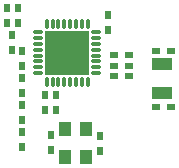
<source format=gtp>
%FSLAX24Y24*%
%MOIN*%
G70*
G01*
G75*
G04 Layer_Color=8421504*
%ADD10C,0.0080*%
%ADD11R,0.0200X0.0250*%
%ADD12O,0.0118X0.0335*%
%ADD13O,0.0335X0.0118*%
%ADD14R,0.1457X0.1457*%
%ADD15R,0.0433X0.0472*%
%ADD16R,0.0709X0.0394*%
%ADD17R,0.0250X0.0200*%
%ADD18C,0.0100*%
%ADD19C,0.0060*%
%ADD20C,0.0300*%
%ADD21C,0.0320*%
%ADD22C,0.0240*%
%ADD23C,0.0098*%
%ADD24C,0.0050*%
%ADD25C,0.0079*%
%ADD26C,0.0043*%
%ADD27C,0.0030*%
D11*
X4280Y883D02*
D03*
X4280Y1383D02*
D03*
X2670Y1393D02*
D03*
X2670Y893D02*
D03*
X1555Y5146D02*
D03*
X1555Y5646D02*
D03*
X1205Y5146D02*
D03*
X1205Y5646D02*
D03*
X2831Y2226D02*
D03*
X2831Y2726D02*
D03*
X1705Y2396D02*
D03*
X1705Y1896D02*
D03*
X1705Y996D02*
D03*
X1705Y1496D02*
D03*
X1705Y3696D02*
D03*
X1705Y4196D02*
D03*
X1355Y4246D02*
D03*
X1355Y4746D02*
D03*
X1705Y2796D02*
D03*
X1705Y3296D02*
D03*
X2451Y2232D02*
D03*
X2451Y2732D02*
D03*
X4555Y5416D02*
D03*
X4555Y4916D02*
D03*
D12*
X3894Y3181D02*
D03*
X3697Y3181D02*
D03*
X3500Y3181D02*
D03*
X3303Y3181D02*
D03*
X3107Y3181D02*
D03*
X2910Y3181D02*
D03*
X2713Y3181D02*
D03*
X2516Y3181D02*
D03*
X2516Y5111D02*
D03*
X2713Y5111D02*
D03*
X2910Y5111D02*
D03*
X3107Y5111D02*
D03*
X3303Y5111D02*
D03*
X3500Y5111D02*
D03*
X3697Y5111D02*
D03*
X3894Y5111D02*
D03*
D13*
X2240Y3457D02*
D03*
X2240Y3654D02*
D03*
X2240Y3851D02*
D03*
X2240Y4048D02*
D03*
X2240Y4244D02*
D03*
X2240Y4441D02*
D03*
X2240Y4638D02*
D03*
X2240Y4835D02*
D03*
X4170Y4835D02*
D03*
X4170Y4638D02*
D03*
X4170Y4441D02*
D03*
X4170Y4244D02*
D03*
X4170Y4048D02*
D03*
X4170Y3851D02*
D03*
X4170Y3654D02*
D03*
X4170Y3457D02*
D03*
D14*
X3205Y4146D02*
D03*
D15*
X3129Y670D02*
D03*
X3831Y670D02*
D03*
X3131Y1610D02*
D03*
X3831Y1610D02*
D03*
D16*
X6361Y3772D02*
D03*
X6361Y2788D02*
D03*
D17*
X5261Y3376D02*
D03*
X4761Y3376D02*
D03*
X4761Y4056D02*
D03*
X5261Y4056D02*
D03*
X6161Y4216D02*
D03*
X6661Y4216D02*
D03*
X6651Y2336D02*
D03*
X6151Y2336D02*
D03*
X4761Y3716D02*
D03*
X5261Y3716D02*
D03*
M02*

</source>
